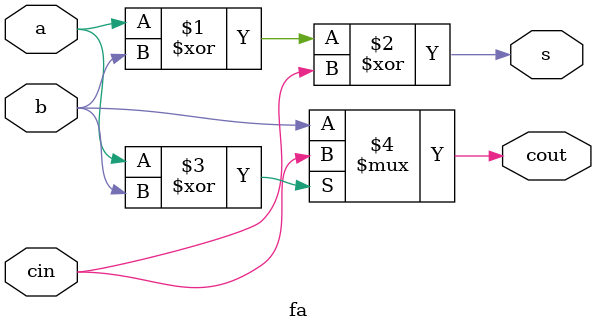
<source format=v>
module part3(A,B, ci, S, co);
	input [3:0] A,B;
	input ci;
	output [3:0] S;
	output co;
	
	wire [4:0]carries;
	assign carries[0] = ci;
	assign co = carries[4];
	
	genvar i;
	generate
		for(i= 0; i<4;i = i + 1)
		begin :FAS
			fa ripple(A[i],B[i],carries[i],S[i],carries[i+1]);		
		end
	endgenerate




endmodule

module fa(a,b,cin, s,cout);
input a,b,cin;
output s, cout;

assign s = a ^ b ^ cin;
assign cout = (a^b)? cin: b;


endmodule
</source>
